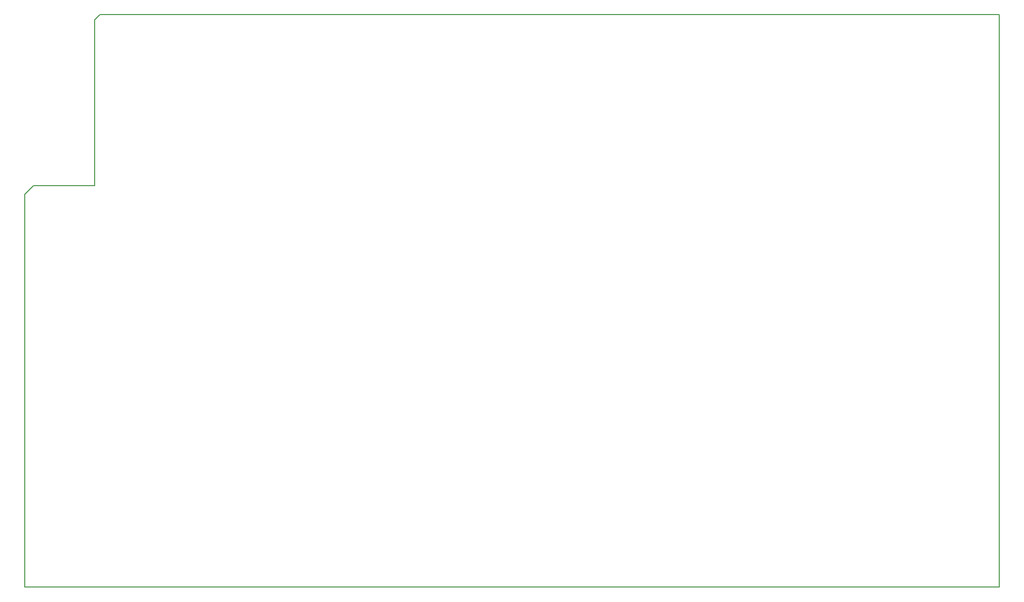
<source format=gko>
G04 Layer_Color=16711935*
%FSTAX24Y24*%
%MOIN*%
G70*
G01*
G75*
%ADD51C,0.0070*%
D51*
X0238Y04285D02*
X028D01*
X0232Y04225D02*
X0238Y04285D01*
X028Y05425D02*
X02837Y05462D01*
X028Y04285D02*
Y05425D01*
X0232Y01525D02*
Y04225D01*
X02837Y05462D02*
X090129D01*
X0232Y01525D02*
X090129D01*
Y05462D01*
M02*

</source>
